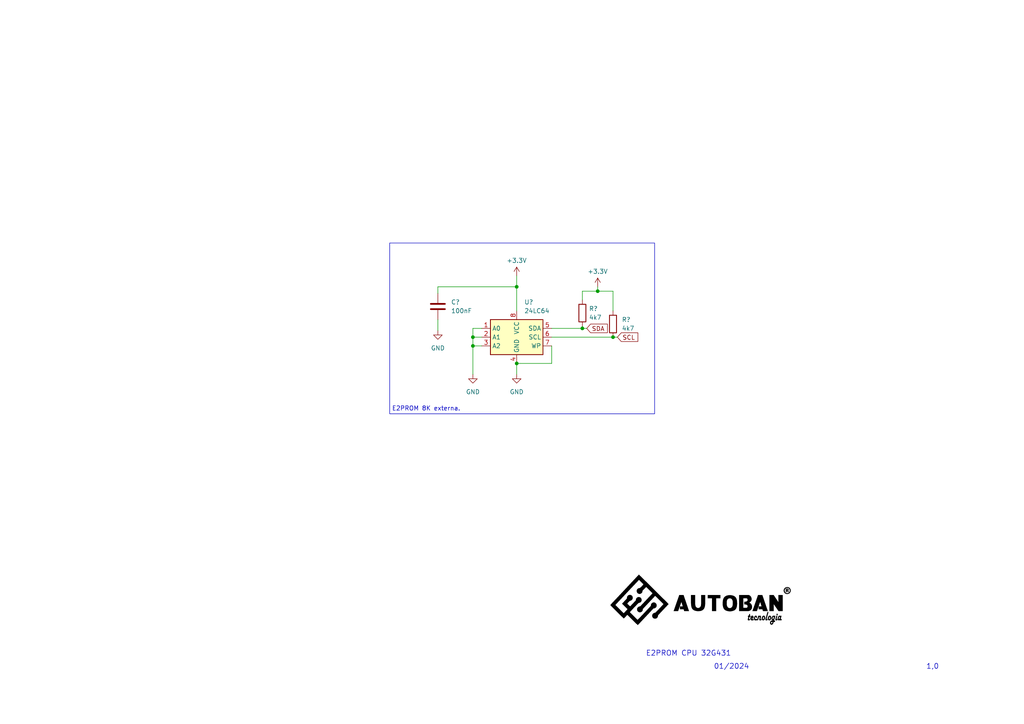
<source format=kicad_sch>
(kicad_sch (version 20230121) (generator eeschema)

  (uuid d943081e-c457-4ec0-aa9a-e986d2a39b29)

  (paper "A4")

  (lib_symbols
    (symbol "Memory_EEPROM:24LC64" (in_bom yes) (on_board yes)
      (property "Reference" "U" (at -6.35 6.35 0)
        (effects (font (size 1.27 1.27)))
      )
      (property "Value" "24LC64" (at 1.27 6.35 0)
        (effects (font (size 1.27 1.27)) (justify left))
      )
      (property "Footprint" "" (at 0 0 0)
        (effects (font (size 1.27 1.27)) hide)
      )
      (property "Datasheet" "http://ww1.microchip.com/downloads/en/DeviceDoc/21189f.pdf" (at 0 0 0)
        (effects (font (size 1.27 1.27)) hide)
      )
      (property "ki_keywords" "I2C Serial EEPROM" (at 0 0 0)
        (effects (font (size 1.27 1.27)) hide)
      )
      (property "ki_description" "I2C Serial EEPROM, 64Kb, DIP-8/SOIC-8/TSSOP-8/DFN-8" (at 0 0 0)
        (effects (font (size 1.27 1.27)) hide)
      )
      (property "ki_fp_filters" "DIP*W7.62mm* SOIC*3.9x4.9mm* TSSOP*4.4x3mm*P0.65mm* DFN*3x2mm*P0.5mm*" (at 0 0 0)
        (effects (font (size 1.27 1.27)) hide)
      )
      (symbol "24LC64_1_1"
        (rectangle (start -7.62 5.08) (end 7.62 -5.08)
          (stroke (width 0.254) (type default))
          (fill (type background))
        )
        (pin input line (at -10.16 2.54 0) (length 2.54)
          (name "A0" (effects (font (size 1.27 1.27))))
          (number "1" (effects (font (size 1.27 1.27))))
        )
        (pin input line (at -10.16 0 0) (length 2.54)
          (name "A1" (effects (font (size 1.27 1.27))))
          (number "2" (effects (font (size 1.27 1.27))))
        )
        (pin input line (at -10.16 -2.54 0) (length 2.54)
          (name "A2" (effects (font (size 1.27 1.27))))
          (number "3" (effects (font (size 1.27 1.27))))
        )
        (pin power_in line (at 0 -7.62 90) (length 2.54)
          (name "GND" (effects (font (size 1.27 1.27))))
          (number "4" (effects (font (size 1.27 1.27))))
        )
        (pin bidirectional line (at 10.16 2.54 180) (length 2.54)
          (name "SDA" (effects (font (size 1.27 1.27))))
          (number "5" (effects (font (size 1.27 1.27))))
        )
        (pin input line (at 10.16 0 180) (length 2.54)
          (name "SCL" (effects (font (size 1.27 1.27))))
          (number "6" (effects (font (size 1.27 1.27))))
        )
        (pin input line (at 10.16 -2.54 180) (length 2.54)
          (name "WP" (effects (font (size 1.27 1.27))))
          (number "7" (effects (font (size 1.27 1.27))))
        )
        (pin power_in line (at 0 7.62 270) (length 2.54)
          (name "VCC" (effects (font (size 1.27 1.27))))
          (number "8" (effects (font (size 1.27 1.27))))
        )
      )
    )
    (symbol "PCM_Capacitor_AKL:C_0805" (pin_numbers hide) (pin_names (offset 0.254)) (in_bom yes) (on_board yes)
      (property "Reference" "C" (at 0.635 2.54 0)
        (effects (font (size 1.27 1.27)) (justify left))
      )
      (property "Value" "C_0805" (at 0.635 -2.54 0)
        (effects (font (size 1.27 1.27)) (justify left))
      )
      (property "Footprint" "Capacitor_SMD_AKL:C_0805_2012Metric" (at 0.9652 -3.81 0)
        (effects (font (size 1.27 1.27)) hide)
      )
      (property "Datasheet" "~" (at 0 0 0)
        (effects (font (size 1.27 1.27)) hide)
      )
      (property "ki_keywords" "cap capacitor ceramic chip mlcc smd 0805" (at 0 0 0)
        (effects (font (size 1.27 1.27)) hide)
      )
      (property "ki_description" "SMD 0805 MLCC capacitor, Alternate KiCad Library" (at 0 0 0)
        (effects (font (size 1.27 1.27)) hide)
      )
      (property "ki_fp_filters" "C_*" (at 0 0 0)
        (effects (font (size 1.27 1.27)) hide)
      )
      (symbol "C_0805_0_1"
        (polyline
          (pts
            (xy -2.032 -0.762)
            (xy 2.032 -0.762)
          )
          (stroke (width 0.508) (type default))
          (fill (type none))
        )
        (polyline
          (pts
            (xy -2.032 0.762)
            (xy 2.032 0.762)
          )
          (stroke (width 0.508) (type default))
          (fill (type none))
        )
      )
      (symbol "C_0805_1_1"
        (pin passive line (at 0 3.81 270) (length 2.794)
          (name "~" (effects (font (size 1.27 1.27))))
          (number "1" (effects (font (size 1.27 1.27))))
        )
        (pin passive line (at 0 -3.81 90) (length 2.794)
          (name "~" (effects (font (size 1.27 1.27))))
          (number "2" (effects (font (size 1.27 1.27))))
        )
      )
    )
    (symbol "PCM_Resistor_AKL:R_0805" (pin_numbers hide) (pin_names (offset 0)) (in_bom yes) (on_board yes)
      (property "Reference" "R" (at 2.54 1.27 0)
        (effects (font (size 1.27 1.27)) (justify left))
      )
      (property "Value" "R_0805" (at 2.54 -1.27 0)
        (effects (font (size 1.27 1.27)) (justify left))
      )
      (property "Footprint" "Resistor_SMD_AKL:R_0805_2012Metric" (at 0 -11.43 0)
        (effects (font (size 1.27 1.27)) hide)
      )
      (property "Datasheet" "~" (at 0 0 0)
        (effects (font (size 1.27 1.27)) hide)
      )
      (property "ki_keywords" "R res resistor eu  smd 0805" (at 0 0 0)
        (effects (font (size 1.27 1.27)) hide)
      )
      (property "ki_description" "SMD 0805 Chip Resistor, European Symbol, Alternate KiCad Library" (at 0 0 0)
        (effects (font (size 1.27 1.27)) hide)
      )
      (property "ki_fp_filters" "R_*" (at 0 0 0)
        (effects (font (size 1.27 1.27)) hide)
      )
      (symbol "R_0805_0_1"
        (rectangle (start -1.016 -2.54) (end 1.016 2.54)
          (stroke (width 0.254) (type default))
          (fill (type none))
        )
      )
      (symbol "R_0805_1_1"
        (pin passive line (at 0 3.81 270) (length 1.27)
          (name "~" (effects (font (size 1.27 1.27))))
          (number "1" (effects (font (size 1.27 1.27))))
        )
        (pin passive line (at 0 -3.81 90) (length 1.27)
          (name "~" (effects (font (size 1.27 1.27))))
          (number "2" (effects (font (size 1.27 1.27))))
        )
      )
    )
    (symbol "power:+3.3V" (power) (pin_names (offset 0)) (in_bom yes) (on_board yes)
      (property "Reference" "#PWR" (at 0 -3.81 0)
        (effects (font (size 1.27 1.27)) hide)
      )
      (property "Value" "+3.3V" (at 0 3.556 0)
        (effects (font (size 1.27 1.27)))
      )
      (property "Footprint" "" (at 0 0 0)
        (effects (font (size 1.27 1.27)) hide)
      )
      (property "Datasheet" "" (at 0 0 0)
        (effects (font (size 1.27 1.27)) hide)
      )
      (property "ki_keywords" "global power" (at 0 0 0)
        (effects (font (size 1.27 1.27)) hide)
      )
      (property "ki_description" "Power symbol creates a global label with name \"+3.3V\"" (at 0 0 0)
        (effects (font (size 1.27 1.27)) hide)
      )
      (symbol "+3.3V_0_1"
        (polyline
          (pts
            (xy -0.762 1.27)
            (xy 0 2.54)
          )
          (stroke (width 0) (type default))
          (fill (type none))
        )
        (polyline
          (pts
            (xy 0 0)
            (xy 0 2.54)
          )
          (stroke (width 0) (type default))
          (fill (type none))
        )
        (polyline
          (pts
            (xy 0 2.54)
            (xy 0.762 1.27)
          )
          (stroke (width 0) (type default))
          (fill (type none))
        )
      )
      (symbol "+3.3V_1_1"
        (pin power_in line (at 0 0 90) (length 0) hide
          (name "+3.3V" (effects (font (size 1.27 1.27))))
          (number "1" (effects (font (size 1.27 1.27))))
        )
      )
    )
    (symbol "power:GND" (power) (pin_names (offset 0)) (in_bom yes) (on_board yes)
      (property "Reference" "#PWR" (at 0 -6.35 0)
        (effects (font (size 1.27 1.27)) hide)
      )
      (property "Value" "GND" (at 0 -3.81 0)
        (effects (font (size 1.27 1.27)))
      )
      (property "Footprint" "" (at 0 0 0)
        (effects (font (size 1.27 1.27)) hide)
      )
      (property "Datasheet" "" (at 0 0 0)
        (effects (font (size 1.27 1.27)) hide)
      )
      (property "ki_keywords" "global power" (at 0 0 0)
        (effects (font (size 1.27 1.27)) hide)
      )
      (property "ki_description" "Power symbol creates a global label with name \"GND\" , ground" (at 0 0 0)
        (effects (font (size 1.27 1.27)) hide)
      )
      (symbol "GND_0_1"
        (polyline
          (pts
            (xy 0 0)
            (xy 0 -1.27)
            (xy 1.27 -1.27)
            (xy 0 -2.54)
            (xy -1.27 -1.27)
            (xy 0 -1.27)
          )
          (stroke (width 0) (type default))
          (fill (type none))
        )
      )
      (symbol "GND_1_1"
        (pin power_in line (at 0 0 270) (length 0) hide
          (name "GND" (effects (font (size 1.27 1.27))))
          (number "1" (effects (font (size 1.27 1.27))))
        )
      )
    )
  )

  (junction (at 137.16 100.33) (diameter 0) (color 0 0 0 0)
    (uuid 0503ce66-a041-45b2-92cc-fd66c778a0f7)
  )
  (junction (at 149.86 105.41) (diameter 0) (color 0 0 0 0)
    (uuid 4aeb6176-36f2-4eb9-8f0c-01e059bcc669)
  )
  (junction (at 173.355 84.455) (diameter 0) (color 0 0 0 0)
    (uuid 6d23e025-21de-4551-a902-8a044c2d26c7)
  )
  (junction (at 149.86 83.185) (diameter 0) (color 0 0 0 0)
    (uuid 7997c51a-f36b-4264-ae30-cd8e8d44628b)
  )
  (junction (at 177.8 97.79) (diameter 0) (color 0 0 0 0)
    (uuid b3752198-dc77-4ee8-b774-1fd89215ac88)
  )
  (junction (at 137.16 97.79) (diameter 0) (color 0 0 0 0)
    (uuid b770b863-6923-43a7-aa50-07b253f28452)
  )
  (junction (at 168.91 95.25) (diameter 0) (color 0 0 0 0)
    (uuid d3a215a8-3c05-486d-b8ae-55a2e661e1a4)
  )

  (wire (pts (xy 160.02 100.33) (xy 160.02 105.41))
    (stroke (width 0) (type default))
    (uuid 0b268935-37be-406f-b35b-32ecf2ee670e)
  )
  (wire (pts (xy 139.7 95.25) (xy 137.16 95.25))
    (stroke (width 0) (type default))
    (uuid 0e693a11-dd08-4bba-aafe-edaa7a6fb646)
  )
  (wire (pts (xy 160.02 97.79) (xy 177.8 97.79))
    (stroke (width 0) (type default))
    (uuid 36751cba-9999-4e74-baac-ba335c3287ec)
  )
  (wire (pts (xy 127 83.185) (xy 127 85.09))
    (stroke (width 0) (type default))
    (uuid 3cdb679c-9c91-48fb-b467-354d42600429)
  )
  (wire (pts (xy 149.86 83.185) (xy 149.86 90.17))
    (stroke (width 0) (type default))
    (uuid 4a98fbc1-318c-42d8-a55b-2b1944ab7b01)
  )
  (wire (pts (xy 137.16 97.79) (xy 139.7 97.79))
    (stroke (width 0) (type default))
    (uuid 4c6d13fe-6021-4a11-a115-42b89657448a)
  )
  (wire (pts (xy 149.86 83.185) (xy 127 83.185))
    (stroke (width 0) (type default))
    (uuid 4e32d55a-518d-4f07-82c9-b9c7a6cb6175)
  )
  (wire (pts (xy 149.86 80.01) (xy 149.86 83.185))
    (stroke (width 0) (type default))
    (uuid 4eb87788-844e-4c0d-b509-fb300450e082)
  )
  (wire (pts (xy 177.8 90.17) (xy 177.8 84.455))
    (stroke (width 0) (type default))
    (uuid 585222a4-ab25-4c5c-8a7d-52efaaa8a9b3)
  )
  (wire (pts (xy 168.91 84.455) (xy 168.91 86.995))
    (stroke (width 0) (type default))
    (uuid 5a531a72-3585-4a2a-8899-a9f1ded576fd)
  )
  (wire (pts (xy 127 92.71) (xy 127 95.885))
    (stroke (width 0) (type default))
    (uuid 69b30c3c-147d-4048-8348-de630d014904)
  )
  (wire (pts (xy 137.16 100.33) (xy 139.7 100.33))
    (stroke (width 0) (type default))
    (uuid 7184c2b2-ab2c-4ac9-8f99-ce454fa6d9fe)
  )
  (wire (pts (xy 137.16 100.33) (xy 137.16 108.585))
    (stroke (width 0) (type default))
    (uuid 74661a44-7923-420a-be0d-cce6a299250c)
  )
  (wire (pts (xy 177.8 97.79) (xy 179.07 97.79))
    (stroke (width 0) (type default))
    (uuid 799fdfb8-128c-459b-be5f-92a883220954)
  )
  (wire (pts (xy 149.86 105.41) (xy 149.86 108.585))
    (stroke (width 0) (type default))
    (uuid 9ff41b41-048a-4be4-bab3-2470e342589f)
  )
  (wire (pts (xy 168.91 84.455) (xy 173.355 84.455))
    (stroke (width 0) (type default))
    (uuid b27202ec-718f-4711-aecd-3e26123360f5)
  )
  (wire (pts (xy 168.91 94.615) (xy 168.91 95.25))
    (stroke (width 0) (type default))
    (uuid b6c0e73d-0098-4a15-bd94-cad4f5f83e9c)
  )
  (wire (pts (xy 160.02 95.25) (xy 168.91 95.25))
    (stroke (width 0) (type default))
    (uuid be6c2532-fd6b-4b3b-bee4-7bf78a4d99da)
  )
  (wire (pts (xy 160.02 105.41) (xy 149.86 105.41))
    (stroke (width 0) (type default))
    (uuid cb78e9a4-977e-47eb-bfb6-997fa362436e)
  )
  (wire (pts (xy 168.91 95.25) (xy 170.18 95.25))
    (stroke (width 0) (type default))
    (uuid ce4bba60-f978-480a-abd8-10c9b8dc2e47)
  )
  (wire (pts (xy 137.16 95.25) (xy 137.16 97.79))
    (stroke (width 0) (type default))
    (uuid dab6214b-665d-478c-8c58-96028620bae1)
  )
  (wire (pts (xy 137.16 97.79) (xy 137.16 100.33))
    (stroke (width 0) (type default))
    (uuid dd58a782-08bc-4aaa-b301-5c2d8a463cf1)
  )
  (wire (pts (xy 173.355 84.455) (xy 177.8 84.455))
    (stroke (width 0) (type default))
    (uuid e0f46f54-50ba-4326-b37c-141750f9b9d6)
  )
  (wire (pts (xy 173.355 83.185) (xy 173.355 84.455))
    (stroke (width 0) (type default))
    (uuid ea8230f4-72e3-45ed-9f66-1dd36b28c0a3)
  )

  (rectangle (start 113.03 70.485) (end 189.865 120.015)
    (stroke (width 0) (type default))
    (fill (type none))
    (uuid 60db1f8b-b6b4-4a78-a22c-bd688413b0ca)
  )

  (image (at 203.2 173.99) (scale 0.453205)
    (uuid 06cf5a12-0568-4c23-92b5-a6ec8df49c68)
    (data
      iVBORw0KGgoAAAANSUhEUgAABWAAAAGGCAMAAADCe9hjAAAAA3NCSVQICAjb4U/gAAAABlBMVEX/
      //8AAABVwtN+AAAACXBIWXMAAA50AAAOdAFrJLPWAAAgAElEQVR4nO2d25bkRq5DXf//07PaM2NX
      6hIBkmBISu39Vp0KAGQq4Ha755y//gIAAAAAAAAAAAAASPDz83N1BACA7+SHhgUAaOHnh4YFAOjg
      54eGBQDo4OeHhgUA6ODnh4YFAOjg54eGBQDo4OeHhgUA6GDbrzQsAICHfb/SsAAADo76lYYFAKhz
      3K80LABAlbN+pWEBAGqc9ysNCwBQYlSwNCwAQJ5hv9KwAABpJv1KwwIAJJn2Kw0LAJBC6FcaFgAg
      gdSvNCwAQBixX2lYAIAgcr/SsAAAIQL9SsMCAAQI9SsNCwAgE+xXGhYAQCTcrzQsAIBEol9pWAAA
      gVS/0rAAAHOSBUvDAgBMyPYrDQsAMCbfrzQsAMCISr/SsAAA59T6lYYFADij2q80LADAMfV+pWEB
      AI5w9CsNCwCwx9OvNCwAwBZXv9KwAACf+PqVhgUA+I2zX2lYAIB/UYuThgUAiKHXJg0LABAhUpo0
      LACATqwyaVgAAJVoYdKwAAAi4bqkYQEAJBJlScMCAAikqpKGBQCYkixKGhYAYEK6JmlYAIAhhZZU
      G5aKBYBXUqpIChYA4JRiQ6oNS8UCwOso1yMNCwBwiKEcaVgAgAMs1UjDAgDsMBUjDQsAsMFWizQs
      AMAHxlKkYQEAfmGtRBoWAOAfzIVIwwIA/A97HdKwAAD/xV+GNCwAwB86qpCGBQDo6VcaFgCgq19p
      WACAvhKkYQHg3XRWIA0LAG+mtwBpWAB4L931R8MCwFvpbz8aFgDeyYruo2EB4I2saT4aFgDex6re
      o2EB4G3crl9pWAD4Em7YrzQsAHwFt+xXGhYAvoCb9isNCwDPZ1XbhQuWhgWAh3PffqVhAeDZ3Llf
      aVgAeDL37lcaFgCey937lYYFgKeyrOPyBUvDAsAjeUK/0rAA8ESe0a80LAA8j6f0Kw0LAE/jOf1K
      wwLAs3hSv9KwAPAkntWvNCwAPIen9SsNCwBPYVmp2fqVhgWAZ/DEfqVhAeAJPLNfaVgAeACL6kzv
      TRoWAEY8qAZu16/8/5oFgFOe1QSLqizWmbGnAeAlPK0KFhVZtDGjzwPAC3haFyyqsXhfxk8AwHfz
      uDJYVGKZtsycAYCv5XllsKjCcl2ZOwUAX8nzymBJgak9uTfKngOAr+Ps0t+3DJrrS+3Hc6P8SQD4
      KkYX/p5l0FpeajeOjSpnAeBr0JtidbIzWqtLbcaZUe00AHwFkaZYm+yMzuJSa1Ewqp4HgOcjXPR7
      lUFnbcmtqhjVFQDg2Xxc87Obf6cu6CwttRJFI4cGADyXj1t+fvXv0wWdlaUWomzkUQGAh/Jxx8/v
      /m2qoLOx1DoM+Lh0AOCBfN7wwd2/SRV09pVahiEfnxIAPI3P+z26+vdogsa2Uqsw6OPUAoBH8Xm9
      R1f/Fk3Q2VVqE0Z9vGoA8Bg2t/vjp5PPriyCzqZSezDu49YDgGewudufPw4/vILWnlJrMOHjVwSA
      B7C52p8/Dj+8gNaWUksw5dOhCQA3Z3uzP388+fCqGujtKLUDcz49qgBwZ7b3+vPn8aeraW4otQKT
      Pl26AHBbttf64+fdnb+0BJr7SS3AtE+fMgDck+2tHl/5Kzugu53U/sv7dGoDwA3ZXurxhb+wAtq7
      Sa2/gk+vOgDcje2dHt/26xqgv5nU9qsYNcsDwL3YXunxXb+sABb0klp+JaN2AwC4EdsbPb7rV93/
      Fa2kdl/Nqd8BAG7D9kKPL/tF139JJ6nVV7RaYAEAN2F7n3/9fHDXr7n9axpJbb6q1woPALgF2/v8
      +8fdXb/m8i8qJLX4ylZrXADgBmyu88eP26t+zdVfVEdq79W9FtkAwOVsbvPHj9urfsnNX1VGau0Z
      zFb5AMDFbG7zx0/bm37FxV9XRWrtLfzdsmEqALiQzWXWf1ocr7+I1NZb+dvluhMAXMmoRD8v+gW3
      fmUNqaVn8VtoBQDXMSrRj88uuPRrS2hp6S01A4CrOGzRzWfbxxYnW1NBaztvrRsAXIN4ldff+OUF
      tNaQhgV4A9JVfkG/fvfvmAHgEpSr/IZ+1TwX29GwAA9nepcvuOzXVM9iRxoW4AVM7vJr+nVuu9qP
      hgV4PqPLfMVFv6x2VjvSsAAv4Ow6X3PNLyyd1Y40LMALuNMlv7Zy1jpqsy5cPgA0cJ8rfnXjrDQU
      Z125fgBo4Db3+/q+WeYX6FcaFuDZ3ONy36JtFtmFCpaGBXg2N7jad+maFW6xfqVhAZ7O1df6Zk2z
      /E8ibjI3AHRx4Y1+U8/E+/VbJgeAK3hTy2T69VtmB4D1vKljcv36LdMDwGre1DDZfv2W+QFgLW/q
      l3y/fssGAGAlb2qXSr9+yw4AYB2ubnlCDdX69dajAcANsTTLQ4qo2q/3HKwttVU2riV+JWmSW+nh
      ZmP1uDhU18zvQ/rO1P+3jDee8w/arI/6+v7QFtoqG9cSv5E0ya2ch3PrXTOZFucy1QXDO5G+r3Hm
      Zwz6l+sdvnqKPW2ZrbJxLfELSZPcSs//caabzKan6ZE1aGSCtSEschb5KaPaXuGr59jSl9mqGteS
      vo0CDRvJS99guFiaq2SbJ/ciDDyL/G2zFtdxAX2RrapxLenLKOBeR0n++vGCaa6SbZ3bjDDvLPHX
      DVtdyHr6EltV41rSd1HAuouqgXu4oH0iTJNuWSORqwtpj5V+vdG02qwiVw/zm8bEVtG4ljZZHuMm
      6h7GueLmqTAX6fZNbUcat9avtxlXnFV77DZT/aExsFU0rqVNlse2B4eLaaaUdy5Ll3BVIzNxC/U1
      Ova1Bn1W7cl7TPU3jXmtonEtbbI8pi14fAzzZK2zWbqEixq5mf0YhjWsaw2BWbVH7zHWHzrzWjXj
      WupoWTxLMDk5bHLO6SzXCPeM7GfFqHcZOJbzMWP9jZiWgs3FX2ZlMko4p6O0Kdc0EhM34FihY10r
      CMYUx7p+rr/pTGvVjGupo2UxbMBn5nMKGheitCmXNOIDN+BYoLqtqycOh3zIXH8jfwkdv5VxipVm
      y1FfgNHNaRXxrUS5RLlhYD+W/Tm2tYBMxkcM9jfyl0DBhuMvtTObyb6VJFHl1xSsZX3ysq6dOBfx
      CZNFguayWiXjWvpsOYrTe/3sbqJvKUlQ2fK22kP58SxPX1b4f9GSHy2b0nZuMYEvoeHfFZ1ixeEy
      1IY3GzbYKba1JEFli7Q9lB3T7hzLGinWhoyFtJ5cSeBLoGBD8Vc7tvjNbWtBQsIx7bxGNJQb1+oc
      yxrLVSettaRxtj7EkMmkVsW4VmS4DKXZ3ZY9fjPXapCQsud1dWdy41qcY1dTtSWznrnYhutDjJhN
      ahWMa8Wmi1MZ3e7ZZTg0LQcJKXu03ZnM2PZmWJUi1j9r+Z2vRCwiJswGtQrGtWLTxSlM7vdscxy6
      VnMEhMPiWY1gJi++tRlWJWl1z2q4ZvmIRcR86ZxWwbhWcLww+cEbTBstGws2+E45tM2RvBi3Vt+U
      KHXlrJ752hDjpXNa9eJa0fGi5AdvcO20fGjBJv/bSCySFefSyouSlVqH9UyZjFhFTJeOadWLa0XH
      i5Keu8O11VP/pvqUE+o5jVAiK9aVlRelCzUO6xozFbGKmC2f0qoX1wrPF8S2V4ftFZ6OGLJyRj2l
      EUpkxbqx6p4COpfOahixCzFaPqVVLq4Vny+Gb68G2ys8HTFkZZe6N5ET78KKawrJXDprfcYuxGT5
      kFY5//7M06qye4/QieS/+dbitswek07JZzQigZyY11VcU1OqDtX6kD2IuQoZrXL+9ZmnVWWP9eVT
      7oLVvN2zh5WT8gmNSCAj5m0VtxSUecSswZBlxFiFjFY1//a8w8qyp+LawZNgpWFyloUJwspp/bhG
      JJAP87JqO4rrXDnrXRtW3V0+olXNvzzvsKrqSFo621CwrtYR82eks/pdo5oxr6q4o7jOhbNGcoZE
      i8i7ywdcucNYMn88WXUoLBw+EagNU4iciJ+RTus3jerFvKnahjJC9ll7/oZ0TLSGvLt8wpViIa2G
      eKroTFc431Cwnl1I2XPSBYOoRiCPC/OiagvKCbnDyXrBqFHdPIHlZfOtFAtpNcRTRctVdyLR7Gqa
      Pa+dN4hq6HFcmNdU209SyRxOHjacNa6cI7C7dLyVYiGthniq6FR1KnAs0mzrmb2gXTAIauhxTJi3
      VFtPVsobTh42ETaj3RinEs86qn9t1niipiA6lThUqfoadqEEz2qXHGIaehwP5iWVlpPXsoaTh02l
      zal3pamks07q35o1nqipiE41vqxg+8rjSN+XxoN5RcY/IPAXrFOrEDer35GlFM46qH9p1nhGzZnG
      oU7VeFHutHjJIaQhp7Fg3pC1X90Fa5Sq5c072KOUwlnn9O/MGk+TtP2D3j5MPbaQuqBes4hoyGkc
      XLwho9r6WQuBKx7WILVs1jH9K7PGc0rOVI6Eqs713ELqinzJIqKhhnFg3o+5Xy8pWHnWUuKaiy9H
      LZt1Sv/GrPGskjMZCjbvYAtjwLyeK/t1HtI8azFz1ccUoxbNOqR/YdZ41pCzZAdS1WHKwYXMFfmq
      h66hhqlj3o67X72/gTXPWg5ddzKEKCazzujflzWeN+Qs2uKC9UQuGtQ8dA0xSx3vbqLbMQt6tORZ
      DakdXtUMxWTWEf3rssbzKs6EKNi0hStLGe9q3P9CbxY0z2rJ7XErRSgGs07o35Y1njfjLJq9YMu5
      54mrDlUTVUPMUsa6Gf/fWbX+htg8qym5yy8doJrLOqB/WdZ45oyzbF9WsC13/tjCFKWMcy+y3EV/
      oGuOZsvuc8z5V3NZ5/PvyhrPnHGWzVuwhtjTwAYPy2+TTVGqONciy1n/HUoXdmfzpXd6Juyrsazj
      +VdljWfOOMt2t4Kd5q3Ec7nkNtuCcyuyXF+/DpXd2Zz5va5B83Iq63T+TVnjCYrObM6CdaxhmreQ
      z+aS22wHxp3oci/q12sbNrq9dCrrcP5FWeMJiq3h8sM4tjBzn7PERtKQktTQ0xrlGvu18I/vcDb3
      DH5nCrYjnqBoDbdVyw4T9Umq3MTGNnAJOatT7mX9emHDhteXzmQdzb8mazxB0RrOUrBTk0V/OKoa
      OUwsQUrIUW+tp2mXBQrU0/f61jNZJ/NvyRpPULSGKxfs1CCQWdOqOzlcLEEqqEHvradplwVK1PO3
      2tYjWQfzL8kazx1xFi5ZsFPZVOSgatrKYuMIUkCNeW89TbssUKQ+QaOpIZF1Lv+OrPHcEWfhVhSs
      L6zJzeHiyFFATHlzPU27LFCmPkOfpyGRdSz/iqzx3BFn4RYUrC+ry85jVM+Rx53BPZJzXe5ZM9Sn
      aHC0/bcP61T+DVnjuSPOwvUXrDGr9E55jOroc8dxR3BP5NyWe9Yc9Tn8hspDFi9n8IZVuAWt4boL
      1prV9Q9tOX2FyORB3AncA1l3ZQmXmSI3U1Y/4Wf76zvWmfz7scZzR5yFay5Ya1Ttr0d9f8G6A9jn
      cW7KES4/SWKonHrCTX6qbOZM3rALt6A1XG/BeqNSsJH0Zj1/QEnYoFEbJj5WSjxhpj3mMHMmb9iF
      W9Aa7lG/gxWdDU4GIqN71xSzt0/jXFFdpz5PeLCMdsIr8FjRzJm8YRduQWu49v/I5UtKwQayX6Zn
      raGykmOg8GgZ6bhT6LmamzN6wzLcgtZw9/lbBKqUwTGQPo86dwy3uX0Yp2BZyjNSeLj6dy97WLJY
      x/GvxhrPHXEWrr9g1cCqjsEwlD6L/h1FMHvbZ3EKlqVcQ/WMV/QJPlhxc0ZvWIZb0BpuKyc+PZeN
      JpZlDH6x9ElCX5OK2do+ilOwLOUbq2fAkkv4yYKdM3t8GRSsgCOo752Kpk8R+ppEzM72SZyCZSnn
      YD0jVkzCTxbsnNnjy6BgFeo5fxKP5s3qhL4mDbexexKnXlnKOlnTkHmPSJyynzN7dBXCiG5Ba7hV
      BWvovMSjebM6oa9Jwu5rHsWpVpdyTtY2Ztoh9WzW0Bk+ugthRLegNdyygp3EjgisMKsT+poUGmyt
      s6zX6lVYMmjWIPVs1tAZProLYUS3oDXcuoKtXofkw0m3OqGvSaDF1jiMM59ByxlnpbamHwtTNXSG
      D65CmdAtaA234q9pCblDx4tezyzYJlfbNM58Bi3bXN2z5uTTT6ccnemDu1AmdAtawy0s2OJ/kQg9
      PF5SKn2U0Nc0pc3UNI4zn0NLHavjwueVZf300ylHZ/joMjoknXqzcCsL9jx58GzFSluK4FBKEKXR
      0zKPM9/CPGqktlmTBtE8RUdj+OAqpAHdgtZwyYKV5bXkwbMVK20pgkMpQZBWS8NAznwWLXUm/+1M
      60YMSs8nLH3po8swp/NnnIUrFqzmMY0ePFmxEpeiWOQDBGl2LE/kzOfRUkdSU/XMmnYoPZ+w9KWP
      LsOczp9xFs5RsJLP6Hj4YNpJX4pgkQ8QpNuwOJJzISYtdSI1VsusaYfyiainL35wGe50/oyzcK6C
      FV+99NHigfhSBIt8gBj9fqWZnPtwaakDqbk6Zs1blE9EPX3xg8twp7NnnGUzFmzhX9ztKatJVY+k
      f4wVhhUPZzqTljqOHiykG5HMeJRPRD198YPLcKezZ5xlcxZs+ptOHEs6qadVj6R/kBWOeQ9nNpeW
      Oo2ezD9r3iKTqmhqyx9dh5LuSsHw5kreU7dHFWyxYYebirHCMuvhjGaTUoeRk5nz1TwsZ2IKtvyx
      ZbjD+UPOsnkLNvmPwumh1CtV+eNi3SRjH2eFZ87DGcwnpc4iRzPnK5nkgtVcbfGD22jS9AnOsi0v
      2NzrYToU3YpgkrFPsMI04+GMtVwqIGjOVzLJJavZ2vIH19GkuWxce8Fmfgs7D3lVwZYadrapGCtc
      46M5QznnkyeRFRf1a/K9LgezjdWxHls4v+JM6CEFm5pskFU+qbiE3XOssI3O5oxknU4exC4pqhVs
      suFqtqb8wW1o4S5UnO7tBgU7z3hdwVYadrapKCt8Y8M5A1lnk8fQNa1iJZtsupqvKX90H02irnHv
      WLCuvxCQPKadDdlE3bOsMI5M54xjnUwewp2v/p1nParZXJO1LKhBdNG4B0pV57BjIqN67jRs4KBi
      EzPPs8JZH88YxjuYPIKuac1XM8oHrBl74kf3IaleJzmdl4KdHlR8QuYFVlin501GcWplBjBKavmK
      Rk0vpGc4j0pUtUHS9s9d+zBhS+GAMEcsbOig27zCCu/svIkgTq1sfJ+klq/qdFXBWhbVs5UGye8p
      WCWj8Ewsbeic2bvGCvPswNEYTq10eJ+klq9q1fWHVpb5HBoJ2QZJ24thHyZqqWQUnomljZ3zehdZ
      4Z4cOBbCqVWIbpPU8pWt2v6rgGFCg0RKt0PT9WbYh4laKs8rg4TS2jMGvKussM8NHIng1GqWdear
      W11YsLMZywJZ4Q5N0389sA8T9ZSeFx6KxQ0ec1rXWeGfm1gP4NQqxXZpavnqXqkhpZTlKavn88od
      mnNZQYGCFY8ZrQ2sCJCaWLZ3apVCuzS1fAav1JRSzKpA1b8g3SI601Xm9Rds2FN6XFENxQ0f81k7
      WJEgM7Fq7tRq1rXmq5ulphRz1hTq/vlkLaITYWneI4HaMFFT7XFFNZQ3fMrm7GFFhMzImrVTq1nX
      ms9glhpTTFpSKLtXkrWIjpWl0/6CDZtqj0uykbzxUy5nEysyJEaWjJ1azbrWfA631Jxi1IKGwb2S
      rEd1JC0O7C7YuKn2tKYbyJs4ZXJ2sSREfGbB1qnVrGvN57DLDapmzYpYzCvBelTPtdWBU4ergT8U
      xKdV5Zmd7lvZ6sjYx4oU4ZEFU6dWs641n8UuN6maNiVj8i5tpkf1VL02sX46Scysnik1pGMx4W88
      xooY4Znnlk6tXllrPo9falQ9bkm56F3J1SR7aFCeOCSQIWZWz5Qa0rGZ3LeusyJHdOapoVMrL+uT
      FPN5DFOzBvKWlGvWpVxNsj0Tr3RVn7YZysaO1SS/dp0VQYIzT+2sYklVo6QWz2WYGTaUuCZdcS7F
      6tJtmbjbNFawjkyZIR2ryX7tOiuSBIeeuTm1OvfgVzQ4xqZNJK5JF4xrq+nSbZm42TTzJwR3KdiO
      3yjVWBElNvSN+7Vh6Ihk3TKWLRW5pl0wLqVqE+6YuNcz9ScE1UyJIR1fSPprD7AiS2ho6wV25usY
      OaRZt4yFS4Uuamdti7tpE+6YuNXzJ1iwnkyJIR3LSX/tEZaE8Q3dsMCG+a35fJ6xdLnURfGka3E3
      fcoNEzdabmz1p42moqBjO+lvPcSKNL6Z/ftrmN6az2cajJeMXVRPutYy9Sk3TNxoubHVnzaaioKO
      byT7pQdZEcfmEVjfdf+xv0PT4BmLlw5elc94FiM1SvsnbnPc2epPO101Qcd6Ul94ggV5bA7u9XVM
      3qFpMA3mSyevyicsq8vp1LZP3GS4tw08bvWVBB37yXzdKdoD+fT17UlpOwZvkLS42sI7NGJ0L6dV
      3D1xi9+Rby1mLG/4kGNBSnoPzYmM6vLynHINw4YkPa6+9BaRAO3b6VU3j9xhd2hbShnMGz7kWJAU
      30NvJKO2vDzj74evmtVra4zvUZEprkbI0yzvHdnvdmxbjBkMHD3j2JAW30NnJqeymlMSbBi5QdLk
      axzAJCNSWYuYplvfOrHZ7NS3mjMWOHrGsSIxvwcxUyKUVVeNqSg2DNwg6fJ1TuDSMXmVw7QbOCe2
      eg2My0FDgaNnHDsS85vQMsVTeVXVlIJkw7gNki5j6wg2IVvsWpZ+B+PIRquRsSFpKHHwiGNHan4T
      WqiL/86SGnKu2TBsg6TN2DqDUcqTuphkhYdtZJfRxNeQNJQ4eMRv2Y8UKpjLLalmfFW/OgvW+mpq
      G6lnruZYYuIa2eIzN7ZkDSQOHnF4ygO4kBYRCmYXdP0dDHuuS/+1xGnrnUJbSveqFjlVhtVzlF0k
      Z1daPXLshMNSH8CFtIhAMrNcJKLjPzNGct27Xy8r2HwfhLdQyLDMyJGi5CE72+LKkWMnHJ6BCVxI
      m5CjWcWcCS/LFZJ0ersncefr3dNCu/is0Qxph5CzMfA1BeudwIa0CjGbUcqr2pCrZ1abuX0Uf8TO
      La01DM0aD5CQj1t7M8eTGNytE/jQduEZMDdlWbUhV9esLnP7LE05L/ozlOWGFfeQdtbbnDqcxWHv
      HcGGtAshnUkmKVwO5o/U9oW6jVtnWb+esWmfc9caJd2itzt5OI/F3jqCD2kZ03gWkbT02mCNs34v
      /13Jty+F9wF2iH1h+Nfw5DtWkW0I1jorfAO8CfALsTEGL0pz5+RlG4I1zwoAX4bYGeel0d05aVl/
      ME2RfgWA/yO2xllt9HdOUtYfTFOkXwHgX8TeyP4l5XrppFT9uVaMCvACXnZPxObI/a/sLKUTF/Xn
      WjQqwLfzupsidkfq/0yEaZVBTX+udaMCfDUvvCpie2x3kjxWD+mZJ2nePynAF/PGu5KqSvXQ8l36
      Q91zToAH8srLkqhK9cjyZfoj3XFKgEfy0tsSrkr1wPJt+gPdb0aAp/LW6xKsSvXx5dv05rnliADP
      5bX3JVQkgeJZu09nmDvOB/BoXnxhAlUSqp6VC/VFueV4AA/nzfdF7pJo+SxbqS3IHYcDeD6vvjDh
      WrlZCdly3G80gK/g3TcmXCy3qiFXitsNBvAlvP3KxLvlPkXkynCzsQC+h9dfmXi73KWKXAluNRTA
      V2G8Mw+9efF+uUkZmfzvNBLAd2G8NI+9e/GGuUUdmdzvMxCAlTu8rL5L8+DbF++YGxSSy/sm4wCY
      ucXrars1j75/4ZK5vpJczrcYBsDPLd5X27V59gUM18zVpeTyvcEoAB3c4oX13ZuH38Bw0VxbSzbX
      qwcBaOIWb6zv3jz9Ckab5tJisnleOwZAG/d4ZX0pHn8Ho11zYTX5HC8cAqCTe7yzvhTPv4TBsomy
      OmjHzL4ZAHq5xTtrDPEFlzDYNv+Mu7idjG7xWQGewS1eWmeIO8xTJNg3/4y7tJ+cXolZAZ7APd5a
      a4jrxykTK5x/x13YUFanzKwAD+AWb6357lw9joFQ48T/HyKuCtgybj08wCpu8dbeIsS9yFbOopIy
      uySHBbg593htbxHiZmQrZ0lNuU0Cw/KSwEMYvbmDV/n4o39/cXb04LPjuzO6Tz+ffpuPJo8fS96O
      ZOMs6Cm7hTpqNTjAMs5f3cHbfPbJP782uAenqoe/PLpRvz/aPDNTetAd1frm5J8miXPtwcqKxdwA
      6zh/dQev8+kn//+184sgqGpPf/4DYPvI/sTP6PFbc/AV7cmeyy+hQV6ULMUGWMnpuzt4n08/mV+E
      0Yf7X4xIfTwxlToSvC2H2YVRlHPpLXSIi5qF1ABLOX13B+/z+UfTmzD6cP9rManfD8yldnp35jj9
      fJL5ufwaOqTFvOnMAIs5e3cHb/TgXZ9dheGnc6Op1e5PN8ZPP+eWnuSfDjI7l99Dj7CYNxcZYDkn
      7+7gjR6869OrMPxUkZtYbQtWfPwBnAwwnWN8Lr+IS2VT0gAXcPLuDl7pwcs+uwvap9LTY6tosCdw
      MsNsjsGxwipaRPW0KW2ACzh8dQev9Ohln9wF7VPp6ROnby7Y8/JJHivsokEyFPZpXx28mKM3d/BO
      D9722WXQPpWe/vh5/On2gQPrhzBZb/BYVCas6JzRIw5wBbu39vM9/vj046PNuZ/DD2e/jTz5Xefw
      6c3ZidRfJ4cfd0tH64seywiF9IwjusQBrmD31n6+x4c/7Kv3tMd2qpvfSB4dnjw9NI5+/CB+9iSP
      HZEPkRdbrA6wnt1b+/kLv3/6Ofxoc+zg3ODjxNPbe3Z2Vvv4SSSbZnfsGKOWcUSrOsBqdq/t4K3e
      PPrx01bn5MeTnos8PVZSfwP7yGt68J0kjp1hU/JNaFYHWM3utR281ptnD374OWnM6wv2dN5HkWya
      k+90i0mnMJ9iUZIHWMvutR281ZtHP37a6GxlT23CT589+4qCzf4tiOMv9fhbrqoUplNMivIAS9m9
      t+ev9fbR3z9s3//DZ49swk9Pnj0Jcj5BvyIAAAPTSURBVD7vw0gWzfG3evg1FzUKsyk2ZXmAheze
      28F7ffTs7tjhjwe19vErkae3H07Onjz93IuazH/yvR59z20K9ah1cYCV7N7cwYs9ess3n20f3R8d
      KQ+fnkiHgzyOZP6Tyjr8pjvOO6I6xAEWsnt1By/26DXffLZ9dH/096+Enp48Gw7yPJLxT2vr6Ls2
      n/ZkNYkDrGL/7g5e7MF7Pnt0f/T3r4SeHj87kXr1XT1urbNv23fWFNanDbCI/cs7eLEHb/rmo/nR
      j1/Yfjp8evzsROrdl3X/3R5iPWmK61UGWMP+/RVu2fyj3ZPDX9jdIuXpzScUrMKwHQdtlj0H8G72
      V2NwWYQLeCZy9sDp305Qnx49ef70a6tgVpHH68mdAng7B1djcF3Or9Lmg/1jm6OfP+4eDzy9OXsu
      NR7gNZy24yflMwDw18ENGdye+SenssNLmXx698OR85nUrzPvYrSQ493ETwDAHw7uyOgCnX6yuWSR
      o9GnR3+P7GCgE6XPU69iuJGD3USfB4D/cXRLBjfo7JPtLZOPJp4eFuzBrx9LfR57F8ONzFfKJgE0
      Dq/J4AqdfTK7k6dHDx8fP03BlhmuZLOcyLMA8JvDezK4Q+I1k48ePz5++vCzwUBK4Lcx3Mn8i2CP
      AArHF2VwibR7Jh89fnz89OFng4GUwK9juJQ4V48DcE8Ob8rgFmn3TD06CDG6xUFnJfHrGC0lzNXD
      ANyU46syuEbaRdOO5p4+DHH20Sxyz1afwGgrQa4eBeCunFyVwT06/GB70Y5lT+9l7Olh+R598Pkr
      Z6Jv4+CLzHH1IAD3Reup3x8efbK7acLR9NP/frT/320dn/r8lTPRt3HwHae4eg6AOzMpsYPPDj7Z
      HT+7gCe3Mvb0P4bDQ0f/wJiovguxQCdcPQUA9MAdr0G/AsAnXHUf9CsA/Au33Qv9CgD/g+tuh34F
      gL/hvjdAvwLAX0oVXJ3wkdCvAKAUwdURnwn9CgBc+S7oV4C3w53vg34FeDnc+UboV4BXw6VvhX4F
      eDPc+V7oV4D3cnC5uexW6FeA13Jwt7ntXuhXgLdy3q9cdxcULMBL4TewC6BfAd4JBbsC+hXglZz2
      K/fdCf0K8EYo2DXQrwAvZHu/ufBN0K8A72NzwbnxbdCvAK/jrGAvDfWd0K8Ab+PjknPlW6FfAV4G
      d34h7BrgZXDnF8KuAd4FBbsSVg3wKujXpbBqgFdBvy6FVQO8CQp2Lawa4E3Qr2th1QBvgn5dC6sG
      eBP061pYNcCboF/XwqoB3gVXfiUsGwAAAAAAAAAAAAAAAAAAIMN/AA0Bx0oX6i2oAAAAAElFTkSu
      QmCC
    )
  )

  (text "E2PROM 8K externa." (at 113.665 119.38 0)
    (effects (font (size 1.27 1.27)) (justify left bottom))
    (uuid 469cd850-2fca-43db-8267-cf1c3a141fd6)
  )
  (text "E2PROM CPU 32G431" (at 187.325 190.5 0)
    (effects (font (size 1.5 1.5)) (justify left bottom))
    (uuid 4a47b4dd-770c-491d-9a8d-c1eed915fdd0)
  )
  (text "1,0" (at 268.605 194.31 0)
    (effects (font (size 1.5 1.5)) (justify left bottom))
    (uuid 4c9ed94a-647b-4116-a6f9-e556227bb96e)
  )
  (text "01/2024" (at 207.01 194.31 0)
    (effects (font (size 1.5 1.5)) (justify left bottom))
    (uuid 8d2a5191-3e4a-415e-9f8f-51dd3f82c396)
  )

  (global_label "SDA" (shape input) (at 170.18 95.25 0) (fields_autoplaced)
    (effects (font (size 1.27 1.27)) (justify left))
    (uuid 3b19fc84-11d2-492c-bf92-ed398a057f1b)
    (property "Intersheetrefs" "${INTERSHEET_REFS}" (at 176.7333 95.25 0)
      (effects (font (size 1.27 1.27)) (justify left) hide)
    )
  )
  (global_label "SCL" (shape input) (at 179.07 97.79 0) (fields_autoplaced)
    (effects (font (size 1.27 1.27)) (justify left))
    (uuid 7b6be2fe-3553-4f6f-8d86-de7c2ef5f4a1)
    (property "Intersheetrefs" "${INTERSHEET_REFS}" (at 185.5628 97.79 0)
      (effects (font (size 1.27 1.27)) (justify left) hide)
    )
  )

  (symbol (lib_id "power:GND") (at 149.86 108.585 0) (unit 1)
    (in_bom yes) (on_board yes) (dnp no) (fields_autoplaced)
    (uuid 3b693e9e-0264-4250-aba5-97ecaf725d5a)
    (property "Reference" "#PWR?" (at 149.86 114.935 0)
      (effects (font (size 1.27 1.27)) hide)
    )
    (property "Value" "GND" (at 149.86 113.665 0)
      (effects (font (size 1.27 1.27)))
    )
    (property "Footprint" "" (at 149.86 108.585 0)
      (effects (font (size 1.27 1.27)) hide)
    )
    (property "Datasheet" "" (at 149.86 108.585 0)
      (effects (font (size 1.27 1.27)) hide)
    )
    (pin "1" (uuid de9100a1-d5a4-4cbe-9e51-1027ef6c7aa9))
    (instances
      (project "CPU Stm32"
        (path "/0882ad57-6d26-4cfc-9dea-dd977232d729"
          (reference "#PWR?") (unit 1)
        )
        (path "/0882ad57-6d26-4cfc-9dea-dd977232d729/0597d64a-05e7-4109-81f0-978aa3e72d76"
          (reference "#PWR?") (unit 1)
        )
      )
      (project "CPU Stm32G431"
        (path "/4e4d72d5-dbdc-4a76-9ce2-f5a97f8267d2/0597d64a-05e7-4109-81f0-978aa3e72d76"
          (reference "#PWR024") (unit 1)
        )
      )
    )
  )

  (symbol (lib_id "PCM_Capacitor_AKL:C_0805") (at 127 88.9 180) (unit 1)
    (in_bom yes) (on_board yes) (dnp no) (fields_autoplaced)
    (uuid 40258495-ea03-4714-ae28-17b6f4881dec)
    (property "Reference" "C?" (at 130.81 87.63 0)
      (effects (font (size 1.27 1.27)) (justify right))
    )
    (property "Value" "100nF" (at 130.81 90.17 0)
      (effects (font (size 1.27 1.27)) (justify right))
    )
    (property "Footprint" "Capacitor_SMD:C_0805_2012Metric_Pad1.18x1.45mm_HandSolder" (at 126.0348 85.09 0)
      (effects (font (size 1.27 1.27)) hide)
    )
    (property "Datasheet" "~" (at 127 88.9 0)
      (effects (font (size 1.27 1.27)) hide)
    )
    (pin "1" (uuid cd69f243-1679-4a26-a7da-ff5227873016))
    (pin "2" (uuid 3665d58c-2481-46f7-a977-df59f1cee66e))
    (instances
      (project "CPU Stm32"
        (path "/0882ad57-6d26-4cfc-9dea-dd977232d729"
          (reference "C?") (unit 1)
        )
        (path "/0882ad57-6d26-4cfc-9dea-dd977232d729/0597d64a-05e7-4109-81f0-978aa3e72d76"
          (reference "C?") (unit 1)
        )
      )
      (project "CPU Stm32G431"
        (path "/4e4d72d5-dbdc-4a76-9ce2-f5a97f8267d2/0597d64a-05e7-4109-81f0-978aa3e72d76"
          (reference "C17") (unit 1)
        )
      )
    )
  )

  (symbol (lib_id "PCM_Resistor_AKL:R_0805") (at 177.8 93.98 180) (unit 1)
    (in_bom yes) (on_board yes) (dnp no) (fields_autoplaced)
    (uuid 4aa285e7-2df9-44e0-95fc-2063109027a8)
    (property "Reference" "R?" (at 180.34 92.71 0)
      (effects (font (size 1.27 1.27)) (justify right))
    )
    (property "Value" "4k7" (at 180.34 95.25 0)
      (effects (font (size 1.27 1.27)) (justify right))
    )
    (property "Footprint" "Resistor_SMD:R_0805_2012Metric_Pad1.20x1.40mm_HandSolder" (at 177.8 82.55 0)
      (effects (font (size 1.27 1.27)) hide)
    )
    (property "Datasheet" "~" (at 177.8 93.98 0)
      (effects (font (size 1.27 1.27)) hide)
    )
    (pin "1" (uuid e1dec617-5f73-411e-938b-64e70b3e7e36))
    (pin "2" (uuid 2c41e65e-87cd-4cf9-a34d-81bbe0d6c481))
    (instances
      (project "CPU Stm32"
        (path "/0882ad57-6d26-4cfc-9dea-dd977232d729"
          (reference "R?") (unit 1)
        )
        (path "/0882ad57-6d26-4cfc-9dea-dd977232d729/0597d64a-05e7-4109-81f0-978aa3e72d76"
          (reference "R?") (unit 1)
        )
      )
      (project "CPU Stm32G431"
        (path "/4e4d72d5-dbdc-4a76-9ce2-f5a97f8267d2/0597d64a-05e7-4109-81f0-978aa3e72d76"
          (reference "R5") (unit 1)
        )
      )
    )
  )

  (symbol (lib_id "power:GND") (at 127 95.885 0) (unit 1)
    (in_bom yes) (on_board yes) (dnp no) (fields_autoplaced)
    (uuid 4ea56d12-c2e8-490d-a5c2-b0d0cdbeed86)
    (property "Reference" "#PWR?" (at 127 102.235 0)
      (effects (font (size 1.27 1.27)) hide)
    )
    (property "Value" "GND" (at 127 100.965 0)
      (effects (font (size 1.27 1.27)))
    )
    (property "Footprint" "" (at 127 95.885 0)
      (effects (font (size 1.27 1.27)) hide)
    )
    (property "Datasheet" "" (at 127 95.885 0)
      (effects (font (size 1.27 1.27)) hide)
    )
    (pin "1" (uuid 18d1c079-5cd0-4a0b-814a-6e8dcf2f63b6))
    (instances
      (project "CPU Stm32"
        (path "/0882ad57-6d26-4cfc-9dea-dd977232d729"
          (reference "#PWR?") (unit 1)
        )
        (path "/0882ad57-6d26-4cfc-9dea-dd977232d729/0597d64a-05e7-4109-81f0-978aa3e72d76"
          (reference "#PWR?") (unit 1)
        )
      )
      (project "CPU Stm32G431"
        (path "/4e4d72d5-dbdc-4a76-9ce2-f5a97f8267d2/0597d64a-05e7-4109-81f0-978aa3e72d76"
          (reference "#PWR021") (unit 1)
        )
      )
    )
  )

  (symbol (lib_id "power:GND") (at 137.16 108.585 0) (unit 1)
    (in_bom yes) (on_board yes) (dnp no) (fields_autoplaced)
    (uuid 9624218b-14da-4447-ae30-33c1fe1e7d5a)
    (property "Reference" "#PWR?" (at 137.16 114.935 0)
      (effects (font (size 1.27 1.27)) hide)
    )
    (property "Value" "GND" (at 137.16 113.665 0)
      (effects (font (size 1.27 1.27)))
    )
    (property "Footprint" "" (at 137.16 108.585 0)
      (effects (font (size 1.27 1.27)) hide)
    )
    (property "Datasheet" "" (at 137.16 108.585 0)
      (effects (font (size 1.27 1.27)) hide)
    )
    (pin "1" (uuid 49a1f8b5-a748-4e3e-80a6-de63a1aec5da))
    (instances
      (project "CPU Stm32"
        (path "/0882ad57-6d26-4cfc-9dea-dd977232d729"
          (reference "#PWR?") (unit 1)
        )
        (path "/0882ad57-6d26-4cfc-9dea-dd977232d729/0597d64a-05e7-4109-81f0-978aa3e72d76"
          (reference "#PWR?") (unit 1)
        )
      )
      (project "CPU Stm32G431"
        (path "/4e4d72d5-dbdc-4a76-9ce2-f5a97f8267d2/0597d64a-05e7-4109-81f0-978aa3e72d76"
          (reference "#PWR022") (unit 1)
        )
      )
    )
  )

  (symbol (lib_id "power:+3.3V") (at 149.86 80.01 0) (unit 1)
    (in_bom yes) (on_board yes) (dnp no) (fields_autoplaced)
    (uuid a3785eff-f981-4cbc-9cf3-931f1e651aac)
    (property "Reference" "#PWR?" (at 149.86 83.82 0)
      (effects (font (size 1.27 1.27)) hide)
    )
    (property "Value" "+3.3V" (at 149.86 75.565 0)
      (effects (font (size 1.27 1.27)))
    )
    (property "Footprint" "" (at 149.86 80.01 0)
      (effects (font (size 1.27 1.27)) hide)
    )
    (property "Datasheet" "" (at 149.86 80.01 0)
      (effects (font (size 1.27 1.27)) hide)
    )
    (pin "1" (uuid a99e24b8-28a9-4731-9685-bdbde4d9b417))
    (instances
      (project "CPU Stm32"
        (path "/0882ad57-6d26-4cfc-9dea-dd977232d729"
          (reference "#PWR?") (unit 1)
        )
        (path "/0882ad57-6d26-4cfc-9dea-dd977232d729/0597d64a-05e7-4109-81f0-978aa3e72d76"
          (reference "#PWR?") (unit 1)
        )
      )
      (project "CPU Stm32G431"
        (path "/4e4d72d5-dbdc-4a76-9ce2-f5a97f8267d2/0597d64a-05e7-4109-81f0-978aa3e72d76"
          (reference "#PWR023") (unit 1)
        )
      )
    )
  )

  (symbol (lib_id "Memory_EEPROM:24LC64") (at 149.86 97.79 0) (unit 1)
    (in_bom yes) (on_board yes) (dnp no)
    (uuid a698a165-3ed0-4d05-9332-da2bdaea7b97)
    (property "Reference" "U?" (at 152.0541 87.63 0)
      (effects (font (size 1.27 1.27)) (justify left))
    )
    (property "Value" "24LC64" (at 152.0541 90.17 0)
      (effects (font (size 1.27 1.27)) (justify left))
    )
    (property "Footprint" "Package_SO:SOIC-8_3.9x4.9mm_P1.27mm" (at 149.86 97.79 0)
      (effects (font (size 1.27 1.27)) hide)
    )
    (property "Datasheet" "http://ww1.microchip.com/downloads/en/DeviceDoc/21189f.pdf" (at 149.86 97.79 0)
      (effects (font (size 1.27 1.27)) hide)
    )
    (pin "1" (uuid e39e8070-ca23-43f4-95cb-4914d7ff349e))
    (pin "2" (uuid 84752812-6328-418f-909a-1422d14a183f))
    (pin "3" (uuid 036e568f-3990-44bb-a284-8321650aa6d1))
    (pin "4" (uuid 068cb362-3ebf-4dee-a8f6-9d1943a52d26))
    (pin "5" (uuid 5a387a45-474d-4377-b5bd-abdcf462f298))
    (pin "6" (uuid db41b310-db18-4bcb-abfb-bea311697d19))
    (pin "7" (uuid 3760e2f0-50d7-4b8f-8af9-6bc2b6caf089))
    (pin "8" (uuid 3ecd7af4-1cbd-4be9-a118-7170b6e960ad))
    (instances
      (project "CPU Stm32"
        (path "/0882ad57-6d26-4cfc-9dea-dd977232d729"
          (reference "U?") (unit 1)
        )
        (path "/0882ad57-6d26-4cfc-9dea-dd977232d729/0597d64a-05e7-4109-81f0-978aa3e72d76"
          (reference "U?") (unit 1)
        )
      )
      (project "CPU Stm32G431"
        (path "/4e4d72d5-dbdc-4a76-9ce2-f5a97f8267d2/0597d64a-05e7-4109-81f0-978aa3e72d76"
          (reference "U3") (unit 1)
        )
      )
    )
  )

  (symbol (lib_id "PCM_Resistor_AKL:R_0805") (at 168.91 90.805 180) (unit 1)
    (in_bom yes) (on_board yes) (dnp no) (fields_autoplaced)
    (uuid c1234fe9-7bf3-40e0-8299-b806c4e3a419)
    (property "Reference" "R?" (at 170.815 89.535 0)
      (effects (font (size 1.27 1.27)) (justify right))
    )
    (property "Value" "4k7" (at 170.815 92.075 0)
      (effects (font (size 1.27 1.27)) (justify right))
    )
    (property "Footprint" "Resistor_SMD:R_0805_2012Metric_Pad1.20x1.40mm_HandSolder" (at 168.91 79.375 0)
      (effects (font (size 1.27 1.27)) hide)
    )
    (property "Datasheet" "~" (at 168.91 90.805 0)
      (effects (font (size 1.27 1.27)) hide)
    )
    (pin "1" (uuid 2290843b-e1ad-429d-acfd-de028b29f3cd))
    (pin "2" (uuid 63f80215-9551-4850-ab68-3451bf66f8da))
    (instances
      (project "CPU Stm32"
        (path "/0882ad57-6d26-4cfc-9dea-dd977232d729"
          (reference "R?") (unit 1)
        )
        (path "/0882ad57-6d26-4cfc-9dea-dd977232d729/0597d64a-05e7-4109-81f0-978aa3e72d76"
          (reference "R?") (unit 1)
        )
      )
      (project "CPU Stm32G431"
        (path "/4e4d72d5-dbdc-4a76-9ce2-f5a97f8267d2/0597d64a-05e7-4109-81f0-978aa3e72d76"
          (reference "R4") (unit 1)
        )
      )
    )
  )

  (symbol (lib_id "power:+3.3V") (at 173.355 83.185 0) (unit 1)
    (in_bom yes) (on_board yes) (dnp no) (fields_autoplaced)
    (uuid f8cf5aa1-dcce-4309-ab13-53fb2e9c8347)
    (property "Reference" "#PWR?" (at 173.355 86.995 0)
      (effects (font (size 1.27 1.27)) hide)
    )
    (property "Value" "+3.3V" (at 173.355 78.74 0)
      (effects (font (size 1.27 1.27)))
    )
    (property "Footprint" "" (at 173.355 83.185 0)
      (effects (font (size 1.27 1.27)) hide)
    )
    (property "Datasheet" "" (at 173.355 83.185 0)
      (effects (font (size 1.27 1.27)) hide)
    )
    (pin "1" (uuid 33d002f9-f7a0-45f0-a8fe-4c3e247c65f0))
    (instances
      (project "CPU Stm32"
        (path "/0882ad57-6d26-4cfc-9dea-dd977232d729"
          (reference "#PWR?") (unit 1)
        )
        (path "/0882ad57-6d26-4cfc-9dea-dd977232d729/0597d64a-05e7-4109-81f0-978aa3e72d76"
          (reference "#PWR?") (unit 1)
        )
      )
      (project "CPU Stm32G431"
        (path "/4e4d72d5-dbdc-4a76-9ce2-f5a97f8267d2/0597d64a-05e7-4109-81f0-978aa3e72d76"
          (reference "#PWR025") (unit 1)
        )
      )
    )
  )
)

</source>
